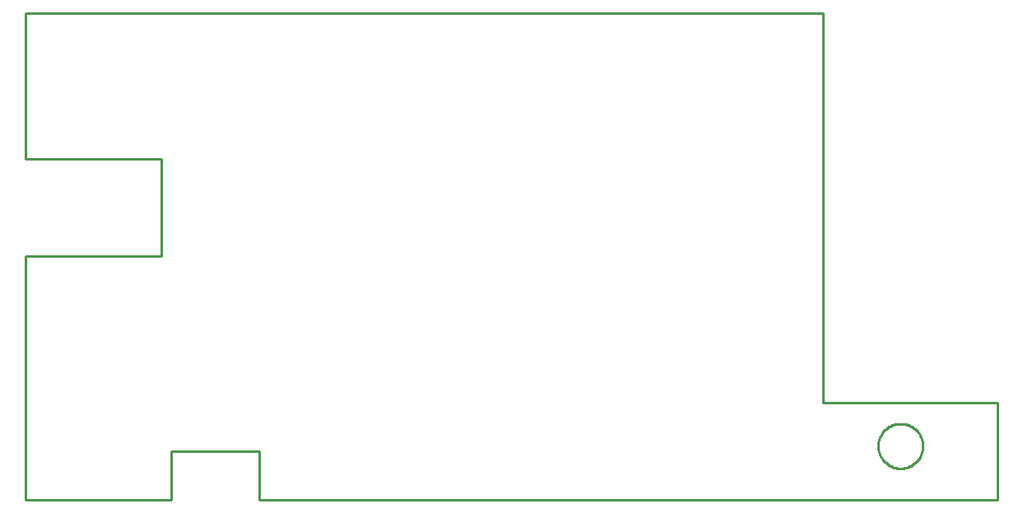
<source format=gbr>
G04 EAGLE Gerber RS-274X export*
G75*
%MOMM*%
%FSLAX34Y34*%
%LPD*%
%IN*%
%IPPOS*%
%AMOC8*
5,1,8,0,0,1.08239X$1,22.5*%
G01*
%ADD10C,0.254000*%


D10*
X0Y0D02*
X150000Y0D01*
X150000Y50000D01*
X240000Y50000D01*
X240000Y0D01*
X1000000Y0D01*
X1000000Y100000D01*
X820000Y100000D01*
X820000Y500000D01*
X0Y500000D01*
X0Y350000D01*
X140000Y350000D01*
X140000Y250000D01*
X0Y250000D01*
X0Y0D01*
X923000Y54355D02*
X923000Y55645D01*
X922928Y56934D01*
X922783Y58216D01*
X922567Y59489D01*
X922280Y60747D01*
X921922Y61987D01*
X921496Y63206D01*
X921002Y64398D01*
X920442Y65561D01*
X919818Y66690D01*
X919131Y67783D01*
X918384Y68836D01*
X917580Y69845D01*
X916720Y70807D01*
X915807Y71720D01*
X914845Y72580D01*
X913836Y73384D01*
X912783Y74131D01*
X911690Y74818D01*
X910561Y75442D01*
X909398Y76002D01*
X908206Y76496D01*
X906987Y76922D01*
X905747Y77280D01*
X904489Y77567D01*
X903216Y77783D01*
X901934Y77928D01*
X900645Y78000D01*
X899355Y78000D01*
X898066Y77928D01*
X896784Y77783D01*
X895511Y77567D01*
X894253Y77280D01*
X893013Y76922D01*
X891794Y76496D01*
X890602Y76002D01*
X889439Y75442D01*
X888310Y74818D01*
X887217Y74131D01*
X886164Y73384D01*
X885155Y72580D01*
X884193Y71720D01*
X883280Y70807D01*
X882420Y69845D01*
X881616Y68836D01*
X880869Y67783D01*
X880182Y66690D01*
X879558Y65561D01*
X878998Y64398D01*
X878504Y63206D01*
X878078Y61987D01*
X877720Y60747D01*
X877433Y59489D01*
X877217Y58216D01*
X877072Y56934D01*
X877000Y55645D01*
X877000Y54355D01*
X877072Y53066D01*
X877217Y51784D01*
X877433Y50511D01*
X877720Y49253D01*
X878078Y48013D01*
X878504Y46794D01*
X878998Y45602D01*
X879558Y44439D01*
X880182Y43310D01*
X880869Y42217D01*
X881616Y41164D01*
X882420Y40155D01*
X883280Y39193D01*
X884193Y38280D01*
X885155Y37420D01*
X886164Y36616D01*
X887217Y35869D01*
X888310Y35182D01*
X889439Y34558D01*
X890602Y33998D01*
X891794Y33504D01*
X893013Y33078D01*
X894253Y32720D01*
X895511Y32433D01*
X896784Y32217D01*
X898066Y32072D01*
X899355Y32000D01*
X900645Y32000D01*
X901934Y32072D01*
X903216Y32217D01*
X904489Y32433D01*
X905747Y32720D01*
X906987Y33078D01*
X908206Y33504D01*
X909398Y33998D01*
X910561Y34558D01*
X911690Y35182D01*
X912783Y35869D01*
X913836Y36616D01*
X914845Y37420D01*
X915807Y38280D01*
X916720Y39193D01*
X917580Y40155D01*
X918384Y41164D01*
X919131Y42217D01*
X919818Y43310D01*
X920442Y44439D01*
X921002Y45602D01*
X921496Y46794D01*
X921922Y48013D01*
X922280Y49253D01*
X922567Y50511D01*
X922783Y51784D01*
X922928Y53066D01*
X923000Y54355D01*
M02*

</source>
